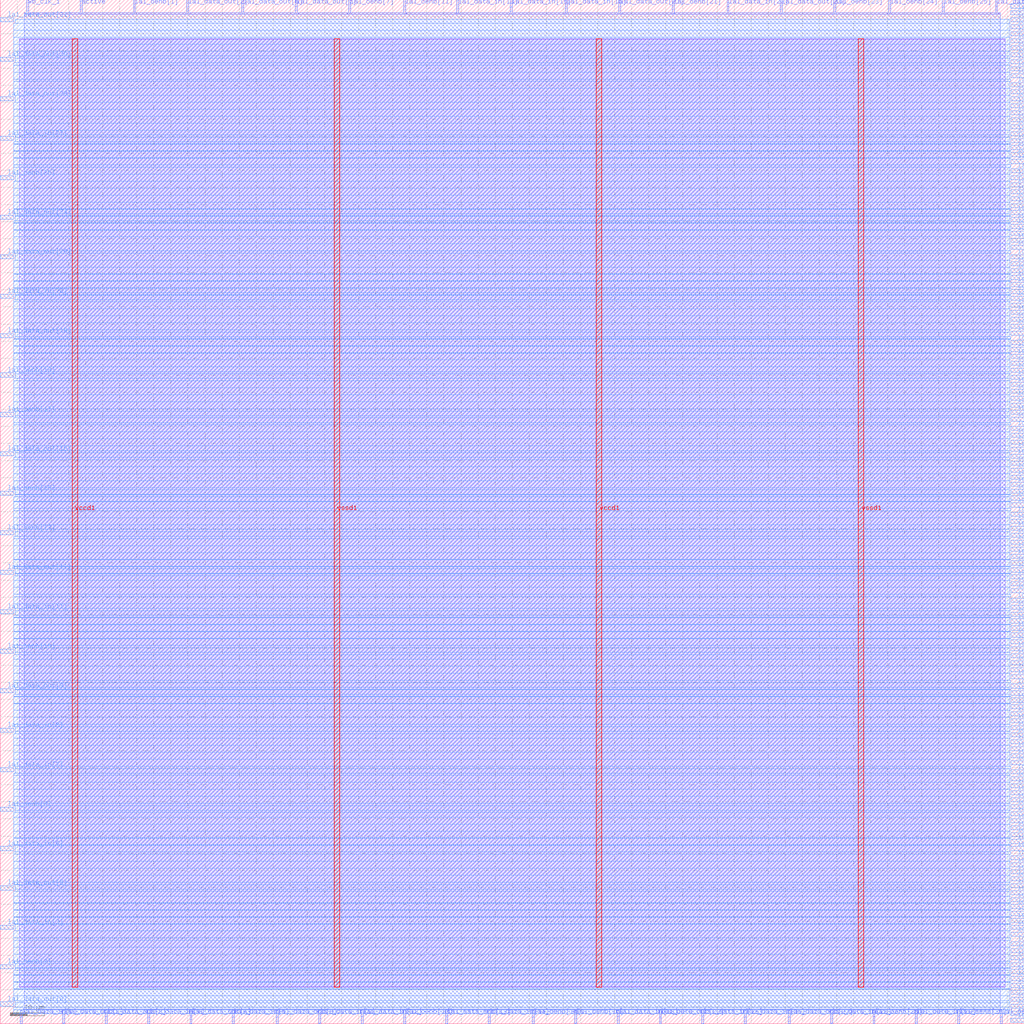
<source format=lef>
VERSION 5.7 ;
  NOWIREEXTENSIONATPIN ON ;
  DIVIDERCHAR "/" ;
  BUSBITCHARS "[]" ;
MACRO wrapped_bfloat16
  CLASS BLOCK ;
  FOREIGN wrapped_bfloat16 ;
  ORIGIN 0.000 0.000 ;
  SIZE 300.000 BY 300.000 ;
  PIN active
    DIRECTION INPUT ;
    USE SIGNAL ;
    PORT
      LAYER met2 ;
        RECT 23.410 296.000 23.970 300.000 ;
    END
  END active
  PIN io_in[0]
    DIRECTION INPUT ;
    USE SIGNAL ;
    PORT
      LAYER met3 ;
        RECT 296.000 0.420 300.000 1.620 ;
    END
  END io_in[0]
  PIN io_in[10]
    DIRECTION INPUT ;
    USE SIGNAL ;
    PORT
      LAYER met3 ;
        RECT 296.000 62.980 300.000 64.180 ;
    END
  END io_in[10]
  PIN io_in[11]
    DIRECTION INPUT ;
    USE SIGNAL ;
    PORT
      LAYER met3 ;
        RECT 296.000 69.100 300.000 70.300 ;
    END
  END io_in[11]
  PIN io_in[12]
    DIRECTION INPUT ;
    USE SIGNAL ;
    PORT
      LAYER met3 ;
        RECT 296.000 75.900 300.000 77.100 ;
    END
  END io_in[12]
  PIN io_in[13]
    DIRECTION INPUT ;
    USE SIGNAL ;
    PORT
      LAYER met3 ;
        RECT 296.000 82.020 300.000 83.220 ;
    END
  END io_in[13]
  PIN io_in[14]
    DIRECTION INPUT ;
    USE SIGNAL ;
    PORT
      LAYER met3 ;
        RECT 296.000 88.140 300.000 89.340 ;
    END
  END io_in[14]
  PIN io_in[15]
    DIRECTION INPUT ;
    USE SIGNAL ;
    PORT
      LAYER met3 ;
        RECT 296.000 94.260 300.000 95.460 ;
    END
  END io_in[15]
  PIN io_in[16]
    DIRECTION INPUT ;
    USE SIGNAL ;
    PORT
      LAYER met3 ;
        RECT 296.000 101.060 300.000 102.260 ;
    END
  END io_in[16]
  PIN io_in[17]
    DIRECTION INPUT ;
    USE SIGNAL ;
    PORT
      LAYER met3 ;
        RECT 296.000 107.180 300.000 108.380 ;
    END
  END io_in[17]
  PIN io_in[18]
    DIRECTION INPUT ;
    USE SIGNAL ;
    PORT
      LAYER met3 ;
        RECT 296.000 113.300 300.000 114.500 ;
    END
  END io_in[18]
  PIN io_in[19]
    DIRECTION INPUT ;
    USE SIGNAL ;
    PORT
      LAYER met3 ;
        RECT 296.000 119.420 300.000 120.620 ;
    END
  END io_in[19]
  PIN io_in[1]
    DIRECTION INPUT ;
    USE SIGNAL ;
    PORT
      LAYER met3 ;
        RECT 296.000 6.540 300.000 7.740 ;
    END
  END io_in[1]
  PIN io_in[20]
    DIRECTION INPUT ;
    USE SIGNAL ;
    PORT
      LAYER met3 ;
        RECT 296.000 126.220 300.000 127.420 ;
    END
  END io_in[20]
  PIN io_in[21]
    DIRECTION INPUT ;
    USE SIGNAL ;
    PORT
      LAYER met3 ;
        RECT 296.000 132.340 300.000 133.540 ;
    END
  END io_in[21]
  PIN io_in[22]
    DIRECTION INPUT ;
    USE SIGNAL ;
    PORT
      LAYER met3 ;
        RECT 296.000 138.460 300.000 139.660 ;
    END
  END io_in[22]
  PIN io_in[23]
    DIRECTION INPUT ;
    USE SIGNAL ;
    PORT
      LAYER met3 ;
        RECT 296.000 144.580 300.000 145.780 ;
    END
  END io_in[23]
  PIN io_in[24]
    DIRECTION INPUT ;
    USE SIGNAL ;
    PORT
      LAYER met3 ;
        RECT 296.000 151.380 300.000 152.580 ;
    END
  END io_in[24]
  PIN io_in[25]
    DIRECTION INPUT ;
    USE SIGNAL ;
    PORT
      LAYER met3 ;
        RECT 296.000 157.500 300.000 158.700 ;
    END
  END io_in[25]
  PIN io_in[26]
    DIRECTION INPUT ;
    USE SIGNAL ;
    PORT
      LAYER met3 ;
        RECT 296.000 163.620 300.000 164.820 ;
    END
  END io_in[26]
  PIN io_in[27]
    DIRECTION INPUT ;
    USE SIGNAL ;
    PORT
      LAYER met3 ;
        RECT 296.000 169.740 300.000 170.940 ;
    END
  END io_in[27]
  PIN io_in[28]
    DIRECTION INPUT ;
    USE SIGNAL ;
    PORT
      LAYER met3 ;
        RECT 296.000 176.540 300.000 177.740 ;
    END
  END io_in[28]
  PIN io_in[29]
    DIRECTION INPUT ;
    USE SIGNAL ;
    PORT
      LAYER met3 ;
        RECT 296.000 182.660 300.000 183.860 ;
    END
  END io_in[29]
  PIN io_in[2]
    DIRECTION INPUT ;
    USE SIGNAL ;
    PORT
      LAYER met3 ;
        RECT 296.000 12.660 300.000 13.860 ;
    END
  END io_in[2]
  PIN io_in[30]
    DIRECTION INPUT ;
    USE SIGNAL ;
    PORT
      LAYER met3 ;
        RECT 296.000 188.780 300.000 189.980 ;
    END
  END io_in[30]
  PIN io_in[31]
    DIRECTION INPUT ;
    USE SIGNAL ;
    PORT
      LAYER met3 ;
        RECT 296.000 194.900 300.000 196.100 ;
    END
  END io_in[31]
  PIN io_in[32]
    DIRECTION INPUT ;
    USE SIGNAL ;
    PORT
      LAYER met3 ;
        RECT 296.000 201.700 300.000 202.900 ;
    END
  END io_in[32]
  PIN io_in[33]
    DIRECTION INPUT ;
    USE SIGNAL ;
    PORT
      LAYER met3 ;
        RECT 296.000 207.820 300.000 209.020 ;
    END
  END io_in[33]
  PIN io_in[34]
    DIRECTION INPUT ;
    USE SIGNAL ;
    PORT
      LAYER met3 ;
        RECT 296.000 213.940 300.000 215.140 ;
    END
  END io_in[34]
  PIN io_in[35]
    DIRECTION INPUT ;
    USE SIGNAL ;
    PORT
      LAYER met3 ;
        RECT 296.000 220.060 300.000 221.260 ;
    END
  END io_in[35]
  PIN io_in[36]
    DIRECTION INPUT ;
    USE SIGNAL ;
    PORT
      LAYER met3 ;
        RECT 296.000 226.860 300.000 228.060 ;
    END
  END io_in[36]
  PIN io_in[37]
    DIRECTION INPUT ;
    USE SIGNAL ;
    PORT
      LAYER met3 ;
        RECT 296.000 232.980 300.000 234.180 ;
    END
  END io_in[37]
  PIN io_in[3]
    DIRECTION INPUT ;
    USE SIGNAL ;
    PORT
      LAYER met3 ;
        RECT 296.000 18.780 300.000 19.980 ;
    END
  END io_in[3]
  PIN io_in[4]
    DIRECTION INPUT ;
    USE SIGNAL ;
    PORT
      LAYER met3 ;
        RECT 296.000 25.580 300.000 26.780 ;
    END
  END io_in[4]
  PIN io_in[5]
    DIRECTION INPUT ;
    USE SIGNAL ;
    PORT
      LAYER met3 ;
        RECT 296.000 31.700 300.000 32.900 ;
    END
  END io_in[5]
  PIN io_in[6]
    DIRECTION INPUT ;
    USE SIGNAL ;
    PORT
      LAYER met3 ;
        RECT 296.000 37.820 300.000 39.020 ;
    END
  END io_in[6]
  PIN io_in[7]
    DIRECTION INPUT ;
    USE SIGNAL ;
    PORT
      LAYER met3 ;
        RECT 296.000 43.940 300.000 45.140 ;
    END
  END io_in[7]
  PIN io_in[8]
    DIRECTION INPUT ;
    USE SIGNAL ;
    PORT
      LAYER met3 ;
        RECT 296.000 50.740 300.000 51.940 ;
    END
  END io_in[8]
  PIN io_in[9]
    DIRECTION INPUT ;
    USE SIGNAL ;
    PORT
      LAYER met3 ;
        RECT 296.000 56.860 300.000 58.060 ;
    END
  END io_in[9]
  PIN io_oeb[0]
    DIRECTION OUTPUT TRISTATE ;
    USE SIGNAL ;
    PORT
      LAYER met3 ;
        RECT 296.000 4.500 300.000 5.700 ;
    END
  END io_oeb[0]
  PIN io_oeb[10]
    DIRECTION OUTPUT TRISTATE ;
    USE SIGNAL ;
    PORT
      LAYER met3 ;
        RECT 296.000 67.060 300.000 68.260 ;
    END
  END io_oeb[10]
  PIN io_oeb[11]
    DIRECTION OUTPUT TRISTATE ;
    USE SIGNAL ;
    PORT
      LAYER met3 ;
        RECT 296.000 73.180 300.000 74.380 ;
    END
  END io_oeb[11]
  PIN io_oeb[12]
    DIRECTION OUTPUT TRISTATE ;
    USE SIGNAL ;
    PORT
      LAYER met3 ;
        RECT 296.000 79.980 300.000 81.180 ;
    END
  END io_oeb[12]
  PIN io_oeb[13]
    DIRECTION OUTPUT TRISTATE ;
    USE SIGNAL ;
    PORT
      LAYER met3 ;
        RECT 296.000 86.100 300.000 87.300 ;
    END
  END io_oeb[13]
  PIN io_oeb[14]
    DIRECTION OUTPUT TRISTATE ;
    USE SIGNAL ;
    PORT
      LAYER met3 ;
        RECT 296.000 92.220 300.000 93.420 ;
    END
  END io_oeb[14]
  PIN io_oeb[15]
    DIRECTION OUTPUT TRISTATE ;
    USE SIGNAL ;
    PORT
      LAYER met3 ;
        RECT 296.000 98.340 300.000 99.540 ;
    END
  END io_oeb[15]
  PIN io_oeb[16]
    DIRECTION OUTPUT TRISTATE ;
    USE SIGNAL ;
    PORT
      LAYER met3 ;
        RECT 296.000 105.140 300.000 106.340 ;
    END
  END io_oeb[16]
  PIN io_oeb[17]
    DIRECTION OUTPUT TRISTATE ;
    USE SIGNAL ;
    PORT
      LAYER met3 ;
        RECT 296.000 111.260 300.000 112.460 ;
    END
  END io_oeb[17]
  PIN io_oeb[18]
    DIRECTION OUTPUT TRISTATE ;
    USE SIGNAL ;
    PORT
      LAYER met3 ;
        RECT 296.000 117.380 300.000 118.580 ;
    END
  END io_oeb[18]
  PIN io_oeb[19]
    DIRECTION OUTPUT TRISTATE ;
    USE SIGNAL ;
    PORT
      LAYER met3 ;
        RECT 296.000 123.500 300.000 124.700 ;
    END
  END io_oeb[19]
  PIN io_oeb[1]
    DIRECTION OUTPUT TRISTATE ;
    USE SIGNAL ;
    PORT
      LAYER met3 ;
        RECT 296.000 10.620 300.000 11.820 ;
    END
  END io_oeb[1]
  PIN io_oeb[20]
    DIRECTION OUTPUT TRISTATE ;
    USE SIGNAL ;
    PORT
      LAYER met3 ;
        RECT 296.000 130.300 300.000 131.500 ;
    END
  END io_oeb[20]
  PIN io_oeb[21]
    DIRECTION OUTPUT TRISTATE ;
    USE SIGNAL ;
    PORT
      LAYER met3 ;
        RECT 296.000 136.420 300.000 137.620 ;
    END
  END io_oeb[21]
  PIN io_oeb[22]
    DIRECTION OUTPUT TRISTATE ;
    USE SIGNAL ;
    PORT
      LAYER met3 ;
        RECT 296.000 142.540 300.000 143.740 ;
    END
  END io_oeb[22]
  PIN io_oeb[23]
    DIRECTION OUTPUT TRISTATE ;
    USE SIGNAL ;
    PORT
      LAYER met3 ;
        RECT 296.000 148.660 300.000 149.860 ;
    END
  END io_oeb[23]
  PIN io_oeb[24]
    DIRECTION OUTPUT TRISTATE ;
    USE SIGNAL ;
    PORT
      LAYER met3 ;
        RECT 296.000 155.460 300.000 156.660 ;
    END
  END io_oeb[24]
  PIN io_oeb[25]
    DIRECTION OUTPUT TRISTATE ;
    USE SIGNAL ;
    PORT
      LAYER met3 ;
        RECT 296.000 161.580 300.000 162.780 ;
    END
  END io_oeb[25]
  PIN io_oeb[26]
    DIRECTION OUTPUT TRISTATE ;
    USE SIGNAL ;
    PORT
      LAYER met3 ;
        RECT 296.000 167.700 300.000 168.900 ;
    END
  END io_oeb[26]
  PIN io_oeb[27]
    DIRECTION OUTPUT TRISTATE ;
    USE SIGNAL ;
    PORT
      LAYER met3 ;
        RECT 296.000 173.820 300.000 175.020 ;
    END
  END io_oeb[27]
  PIN io_oeb[28]
    DIRECTION OUTPUT TRISTATE ;
    USE SIGNAL ;
    PORT
      LAYER met3 ;
        RECT 296.000 180.620 300.000 181.820 ;
    END
  END io_oeb[28]
  PIN io_oeb[29]
    DIRECTION OUTPUT TRISTATE ;
    USE SIGNAL ;
    PORT
      LAYER met3 ;
        RECT 296.000 186.740 300.000 187.940 ;
    END
  END io_oeb[29]
  PIN io_oeb[2]
    DIRECTION OUTPUT TRISTATE ;
    USE SIGNAL ;
    PORT
      LAYER met3 ;
        RECT 296.000 16.740 300.000 17.940 ;
    END
  END io_oeb[2]
  PIN io_oeb[30]
    DIRECTION OUTPUT TRISTATE ;
    USE SIGNAL ;
    PORT
      LAYER met3 ;
        RECT 296.000 192.860 300.000 194.060 ;
    END
  END io_oeb[30]
  PIN io_oeb[31]
    DIRECTION OUTPUT TRISTATE ;
    USE SIGNAL ;
    PORT
      LAYER met3 ;
        RECT 296.000 198.980 300.000 200.180 ;
    END
  END io_oeb[31]
  PIN io_oeb[32]
    DIRECTION OUTPUT TRISTATE ;
    USE SIGNAL ;
    PORT
      LAYER met3 ;
        RECT 296.000 205.780 300.000 206.980 ;
    END
  END io_oeb[32]
  PIN io_oeb[33]
    DIRECTION OUTPUT TRISTATE ;
    USE SIGNAL ;
    PORT
      LAYER met3 ;
        RECT 296.000 211.900 300.000 213.100 ;
    END
  END io_oeb[33]
  PIN io_oeb[34]
    DIRECTION OUTPUT TRISTATE ;
    USE SIGNAL ;
    PORT
      LAYER met3 ;
        RECT 296.000 218.020 300.000 219.220 ;
    END
  END io_oeb[34]
  PIN io_oeb[35]
    DIRECTION OUTPUT TRISTATE ;
    USE SIGNAL ;
    PORT
      LAYER met3 ;
        RECT 296.000 224.140 300.000 225.340 ;
    END
  END io_oeb[35]
  PIN io_oeb[36]
    DIRECTION OUTPUT TRISTATE ;
    USE SIGNAL ;
    PORT
      LAYER met3 ;
        RECT 296.000 230.940 300.000 232.140 ;
    END
  END io_oeb[36]
  PIN io_oeb[37]
    DIRECTION OUTPUT TRISTATE ;
    USE SIGNAL ;
    PORT
      LAYER met3 ;
        RECT 296.000 237.060 300.000 238.260 ;
    END
  END io_oeb[37]
  PIN io_oeb[3]
    DIRECTION OUTPUT TRISTATE ;
    USE SIGNAL ;
    PORT
      LAYER met3 ;
        RECT 296.000 22.860 300.000 24.060 ;
    END
  END io_oeb[3]
  PIN io_oeb[4]
    DIRECTION OUTPUT TRISTATE ;
    USE SIGNAL ;
    PORT
      LAYER met3 ;
        RECT 296.000 29.660 300.000 30.860 ;
    END
  END io_oeb[4]
  PIN io_oeb[5]
    DIRECTION OUTPUT TRISTATE ;
    USE SIGNAL ;
    PORT
      LAYER met3 ;
        RECT 296.000 35.780 300.000 36.980 ;
    END
  END io_oeb[5]
  PIN io_oeb[6]
    DIRECTION OUTPUT TRISTATE ;
    USE SIGNAL ;
    PORT
      LAYER met3 ;
        RECT 296.000 41.900 300.000 43.100 ;
    END
  END io_oeb[6]
  PIN io_oeb[7]
    DIRECTION OUTPUT TRISTATE ;
    USE SIGNAL ;
    PORT
      LAYER met3 ;
        RECT 296.000 48.020 300.000 49.220 ;
    END
  END io_oeb[7]
  PIN io_oeb[8]
    DIRECTION OUTPUT TRISTATE ;
    USE SIGNAL ;
    PORT
      LAYER met3 ;
        RECT 296.000 54.820 300.000 56.020 ;
    END
  END io_oeb[8]
  PIN io_oeb[9]
    DIRECTION OUTPUT TRISTATE ;
    USE SIGNAL ;
    PORT
      LAYER met3 ;
        RECT 296.000 60.940 300.000 62.140 ;
    END
  END io_oeb[9]
  PIN io_out[0]
    DIRECTION OUTPUT TRISTATE ;
    USE SIGNAL ;
    PORT
      LAYER met3 ;
        RECT 296.000 2.460 300.000 3.660 ;
    END
  END io_out[0]
  PIN io_out[10]
    DIRECTION OUTPUT TRISTATE ;
    USE SIGNAL ;
    PORT
      LAYER met3 ;
        RECT 296.000 65.020 300.000 66.220 ;
    END
  END io_out[10]
  PIN io_out[11]
    DIRECTION OUTPUT TRISTATE ;
    USE SIGNAL ;
    PORT
      LAYER met3 ;
        RECT 296.000 71.140 300.000 72.340 ;
    END
  END io_out[11]
  PIN io_out[12]
    DIRECTION OUTPUT TRISTATE ;
    USE SIGNAL ;
    PORT
      LAYER met3 ;
        RECT 296.000 77.940 300.000 79.140 ;
    END
  END io_out[12]
  PIN io_out[13]
    DIRECTION OUTPUT TRISTATE ;
    USE SIGNAL ;
    PORT
      LAYER met3 ;
        RECT 296.000 84.060 300.000 85.260 ;
    END
  END io_out[13]
  PIN io_out[14]
    DIRECTION OUTPUT TRISTATE ;
    USE SIGNAL ;
    PORT
      LAYER met3 ;
        RECT 296.000 90.180 300.000 91.380 ;
    END
  END io_out[14]
  PIN io_out[15]
    DIRECTION OUTPUT TRISTATE ;
    USE SIGNAL ;
    PORT
      LAYER met3 ;
        RECT 296.000 96.300 300.000 97.500 ;
    END
  END io_out[15]
  PIN io_out[16]
    DIRECTION OUTPUT TRISTATE ;
    USE SIGNAL ;
    PORT
      LAYER met3 ;
        RECT 296.000 103.100 300.000 104.300 ;
    END
  END io_out[16]
  PIN io_out[17]
    DIRECTION OUTPUT TRISTATE ;
    USE SIGNAL ;
    PORT
      LAYER met3 ;
        RECT 296.000 109.220 300.000 110.420 ;
    END
  END io_out[17]
  PIN io_out[18]
    DIRECTION OUTPUT TRISTATE ;
    USE SIGNAL ;
    PORT
      LAYER met3 ;
        RECT 296.000 115.340 300.000 116.540 ;
    END
  END io_out[18]
  PIN io_out[19]
    DIRECTION OUTPUT TRISTATE ;
    USE SIGNAL ;
    PORT
      LAYER met3 ;
        RECT 296.000 121.460 300.000 122.660 ;
    END
  END io_out[19]
  PIN io_out[1]
    DIRECTION OUTPUT TRISTATE ;
    USE SIGNAL ;
    PORT
      LAYER met3 ;
        RECT 296.000 8.580 300.000 9.780 ;
    END
  END io_out[1]
  PIN io_out[20]
    DIRECTION OUTPUT TRISTATE ;
    USE SIGNAL ;
    PORT
      LAYER met3 ;
        RECT 296.000 128.260 300.000 129.460 ;
    END
  END io_out[20]
  PIN io_out[21]
    DIRECTION OUTPUT TRISTATE ;
    USE SIGNAL ;
    PORT
      LAYER met3 ;
        RECT 296.000 134.380 300.000 135.580 ;
    END
  END io_out[21]
  PIN io_out[22]
    DIRECTION OUTPUT TRISTATE ;
    USE SIGNAL ;
    PORT
      LAYER met3 ;
        RECT 296.000 140.500 300.000 141.700 ;
    END
  END io_out[22]
  PIN io_out[23]
    DIRECTION OUTPUT TRISTATE ;
    USE SIGNAL ;
    PORT
      LAYER met3 ;
        RECT 296.000 146.620 300.000 147.820 ;
    END
  END io_out[23]
  PIN io_out[24]
    DIRECTION OUTPUT TRISTATE ;
    USE SIGNAL ;
    PORT
      LAYER met3 ;
        RECT 296.000 153.420 300.000 154.620 ;
    END
  END io_out[24]
  PIN io_out[25]
    DIRECTION OUTPUT TRISTATE ;
    USE SIGNAL ;
    PORT
      LAYER met3 ;
        RECT 296.000 159.540 300.000 160.740 ;
    END
  END io_out[25]
  PIN io_out[26]
    DIRECTION OUTPUT TRISTATE ;
    USE SIGNAL ;
    PORT
      LAYER met3 ;
        RECT 296.000 165.660 300.000 166.860 ;
    END
  END io_out[26]
  PIN io_out[27]
    DIRECTION OUTPUT TRISTATE ;
    USE SIGNAL ;
    PORT
      LAYER met3 ;
        RECT 296.000 171.780 300.000 172.980 ;
    END
  END io_out[27]
  PIN io_out[28]
    DIRECTION OUTPUT TRISTATE ;
    USE SIGNAL ;
    PORT
      LAYER met3 ;
        RECT 296.000 178.580 300.000 179.780 ;
    END
  END io_out[28]
  PIN io_out[29]
    DIRECTION OUTPUT TRISTATE ;
    USE SIGNAL ;
    PORT
      LAYER met3 ;
        RECT 296.000 184.700 300.000 185.900 ;
    END
  END io_out[29]
  PIN io_out[2]
    DIRECTION OUTPUT TRISTATE ;
    USE SIGNAL ;
    PORT
      LAYER met3 ;
        RECT 296.000 14.700 300.000 15.900 ;
    END
  END io_out[2]
  PIN io_out[30]
    DIRECTION OUTPUT TRISTATE ;
    USE SIGNAL ;
    PORT
      LAYER met3 ;
        RECT 296.000 190.820 300.000 192.020 ;
    END
  END io_out[30]
  PIN io_out[31]
    DIRECTION OUTPUT TRISTATE ;
    USE SIGNAL ;
    PORT
      LAYER met3 ;
        RECT 296.000 196.940 300.000 198.140 ;
    END
  END io_out[31]
  PIN io_out[32]
    DIRECTION OUTPUT TRISTATE ;
    USE SIGNAL ;
    PORT
      LAYER met3 ;
        RECT 296.000 203.740 300.000 204.940 ;
    END
  END io_out[32]
  PIN io_out[33]
    DIRECTION OUTPUT TRISTATE ;
    USE SIGNAL ;
    PORT
      LAYER met3 ;
        RECT 296.000 209.860 300.000 211.060 ;
    END
  END io_out[33]
  PIN io_out[34]
    DIRECTION OUTPUT TRISTATE ;
    USE SIGNAL ;
    PORT
      LAYER met3 ;
        RECT 296.000 215.980 300.000 217.180 ;
    END
  END io_out[34]
  PIN io_out[35]
    DIRECTION OUTPUT TRISTATE ;
    USE SIGNAL ;
    PORT
      LAYER met3 ;
        RECT 296.000 222.100 300.000 223.300 ;
    END
  END io_out[35]
  PIN io_out[36]
    DIRECTION OUTPUT TRISTATE ;
    USE SIGNAL ;
    PORT
      LAYER met3 ;
        RECT 296.000 228.900 300.000 230.100 ;
    END
  END io_out[36]
  PIN io_out[37]
    DIRECTION OUTPUT TRISTATE ;
    USE SIGNAL ;
    PORT
      LAYER met3 ;
        RECT 296.000 235.020 300.000 236.220 ;
    END
  END io_out[37]
  PIN io_out[3]
    DIRECTION OUTPUT TRISTATE ;
    USE SIGNAL ;
    PORT
      LAYER met3 ;
        RECT 296.000 20.820 300.000 22.020 ;
    END
  END io_out[3]
  PIN io_out[4]
    DIRECTION OUTPUT TRISTATE ;
    USE SIGNAL ;
    PORT
      LAYER met3 ;
        RECT 296.000 27.620 300.000 28.820 ;
    END
  END io_out[4]
  PIN io_out[5]
    DIRECTION OUTPUT TRISTATE ;
    USE SIGNAL ;
    PORT
      LAYER met3 ;
        RECT 296.000 33.740 300.000 34.940 ;
    END
  END io_out[5]
  PIN io_out[6]
    DIRECTION OUTPUT TRISTATE ;
    USE SIGNAL ;
    PORT
      LAYER met3 ;
        RECT 296.000 39.860 300.000 41.060 ;
    END
  END io_out[6]
  PIN io_out[7]
    DIRECTION OUTPUT TRISTATE ;
    USE SIGNAL ;
    PORT
      LAYER met3 ;
        RECT 296.000 45.980 300.000 47.180 ;
    END
  END io_out[7]
  PIN io_out[8]
    DIRECTION OUTPUT TRISTATE ;
    USE SIGNAL ;
    PORT
      LAYER met3 ;
        RECT 296.000 52.780 300.000 53.980 ;
    END
  END io_out[8]
  PIN io_out[9]
    DIRECTION OUTPUT TRISTATE ;
    USE SIGNAL ;
    PORT
      LAYER met3 ;
        RECT 296.000 58.900 300.000 60.100 ;
    END
  END io_out[9]
  PIN la1_data_in[0]
    DIRECTION INPUT ;
    USE SIGNAL ;
    PORT
      LAYER met2 ;
        RECT 5.930 0.000 6.490 4.000 ;
    END
  END la1_data_in[0]
  PIN la1_data_in[10]
    DIRECTION INPUT ;
    USE SIGNAL ;
    PORT
      LAYER met3 ;
        RECT 296.000 256.100 300.000 257.300 ;
    END
  END la1_data_in[10]
  PIN la1_data_in[11]
    DIRECTION INPUT ;
    USE SIGNAL ;
    PORT
      LAYER met3 ;
        RECT 0.000 120.100 4.000 121.300 ;
    END
  END la1_data_in[11]
  PIN la1_data_in[12]
    DIRECTION INPUT ;
    USE SIGNAL ;
    PORT
      LAYER met2 ;
        RECT 105.750 0.000 106.310 4.000 ;
    END
  END la1_data_in[12]
  PIN la1_data_in[13]
    DIRECTION INPUT ;
    USE SIGNAL ;
    PORT
      LAYER met2 ;
        RECT 133.810 296.000 134.370 300.000 ;
    END
  END la1_data_in[13]
  PIN la1_data_in[14]
    DIRECTION INPUT ;
    USE SIGNAL ;
    PORT
      LAYER met2 ;
        RECT 143.010 0.000 143.570 4.000 ;
    END
  END la1_data_in[14]
  PIN la1_data_in[15]
    DIRECTION INPUT ;
    USE SIGNAL ;
    PORT
      LAYER met2 ;
        RECT 149.450 296.000 150.010 300.000 ;
    END
  END la1_data_in[15]
  PIN la1_data_in[16]
    DIRECTION INPUT ;
    USE SIGNAL ;
    PORT
      LAYER met2 ;
        RECT 165.550 296.000 166.110 300.000 ;
    END
  END la1_data_in[16]
  PIN la1_data_in[17]
    DIRECTION INPUT ;
    USE SIGNAL ;
    PORT
      LAYER met3 ;
        RECT 296.000 266.300 300.000 267.500 ;
    END
  END la1_data_in[17]
  PIN la1_data_in[18]
    DIRECTION INPUT ;
    USE SIGNAL ;
    PORT
      LAYER met2 ;
        RECT 180.730 0.000 181.290 4.000 ;
    END
  END la1_data_in[18]
  PIN la1_data_in[19]
    DIRECTION INPUT ;
    USE SIGNAL ;
    PORT
      LAYER met3 ;
        RECT 296.000 272.420 300.000 273.620 ;
    END
  END la1_data_in[19]
  PIN la1_data_in[1]
    DIRECTION INPUT ;
    USE SIGNAL ;
    PORT
      LAYER met3 ;
        RECT 296.000 241.140 300.000 242.340 ;
    END
  END la1_data_in[1]
  PIN la1_data_in[20]
    DIRECTION INPUT ;
    USE SIGNAL ;
    PORT
      LAYER met3 ;
        RECT 0.000 212.580 4.000 213.780 ;
    END
  END la1_data_in[20]
  PIN la1_data_in[21]
    DIRECTION INPUT ;
    USE SIGNAL ;
    PORT
      LAYER met3 ;
        RECT 296.000 279.220 300.000 280.420 ;
    END
  END la1_data_in[21]
  PIN la1_data_in[22]
    DIRECTION INPUT ;
    USE SIGNAL ;
    PORT
      LAYER met2 ;
        RECT 212.930 296.000 213.490 300.000 ;
    END
  END la1_data_in[22]
  PIN la1_data_in[23]
    DIRECTION INPUT ;
    USE SIGNAL ;
    PORT
      LAYER met3 ;
        RECT 296.000 283.300 300.000 284.500 ;
    END
  END la1_data_in[23]
  PIN la1_data_in[24]
    DIRECTION INPUT ;
    USE SIGNAL ;
    PORT
      LAYER met3 ;
        RECT 296.000 285.340 300.000 286.540 ;
    END
  END la1_data_in[24]
  PIN la1_data_in[25]
    DIRECTION INPUT ;
    USE SIGNAL ;
    PORT
      LAYER met2 ;
        RECT 205.570 0.000 206.130 4.000 ;
    END
  END la1_data_in[25]
  PIN la1_data_in[26]
    DIRECTION INPUT ;
    USE SIGNAL ;
    PORT
      LAYER met2 ;
        RECT 217.990 0.000 218.550 4.000 ;
    END
  END la1_data_in[26]
  PIN la1_data_in[27]
    DIRECTION INPUT ;
    USE SIGNAL ;
    PORT
      LAYER met3 ;
        RECT 0.000 258.820 4.000 260.020 ;
    END
  END la1_data_in[27]
  PIN la1_data_in[28]
    DIRECTION INPUT ;
    USE SIGNAL ;
    PORT
      LAYER met2 ;
        RECT 243.290 0.000 243.850 4.000 ;
    END
  END la1_data_in[28]
  PIN la1_data_in[29]
    DIRECTION INPUT ;
    USE SIGNAL ;
    PORT
      LAYER met2 ;
        RECT 268.130 0.000 268.690 4.000 ;
    END
  END la1_data_in[29]
  PIN la1_data_in[2]
    DIRECTION INPUT ;
    USE SIGNAL ;
    PORT
      LAYER met3 ;
        RECT 296.000 243.180 300.000 244.380 ;
    END
  END la1_data_in[2]
  PIN la1_data_in[30]
    DIRECTION INPUT ;
    USE SIGNAL ;
    PORT
      LAYER met3 ;
        RECT 296.000 293.500 300.000 294.700 ;
    END
  END la1_data_in[30]
  PIN la1_data_in[31]
    DIRECTION INPUT ;
    USE SIGNAL ;
    PORT
      LAYER met3 ;
        RECT 296.000 295.540 300.000 296.740 ;
    END
  END la1_data_in[31]
  PIN la1_data_in[3]
    DIRECTION INPUT ;
    USE SIGNAL ;
    PORT
      LAYER met3 ;
        RECT 0.000 27.620 4.000 28.820 ;
    END
  END la1_data_in[3]
  PIN la1_data_in[4]
    DIRECTION INPUT ;
    USE SIGNAL ;
    PORT
      LAYER met2 ;
        RECT 43.190 0.000 43.750 4.000 ;
    END
  END la1_data_in[4]
  PIN la1_data_in[5]
    DIRECTION INPUT ;
    USE SIGNAL ;
    PORT
      LAYER met2 ;
        RECT 68.030 0.000 68.590 4.000 ;
    END
  END la1_data_in[5]
  PIN la1_data_in[6]
    DIRECTION INPUT ;
    USE SIGNAL ;
    PORT
      LAYER met3 ;
        RECT 0.000 50.740 4.000 51.940 ;
    END
  END la1_data_in[6]
  PIN la1_data_in[7]
    DIRECTION INPUT ;
    USE SIGNAL ;
    PORT
      LAYER met3 ;
        RECT 0.000 73.860 4.000 75.060 ;
    END
  END la1_data_in[7]
  PIN la1_data_in[8]
    DIRECTION INPUT ;
    USE SIGNAL ;
    PORT
      LAYER met3 ;
        RECT 0.000 85.420 4.000 86.620 ;
    END
  END la1_data_in[8]
  PIN la1_data_in[9]
    DIRECTION INPUT ;
    USE SIGNAL ;
    PORT
      LAYER met2 ;
        RECT 93.330 0.000 93.890 4.000 ;
    END
  END la1_data_in[9]
  PIN la1_data_out[0]
    DIRECTION OUTPUT TRISTATE ;
    USE SIGNAL ;
    PORT
      LAYER met3 ;
        RECT 0.000 5.180 4.000 6.380 ;
    END
  END la1_data_out[0]
  PIN la1_data_out[10]
    DIRECTION OUTPUT TRISTATE ;
    USE SIGNAL ;
    PORT
      LAYER met3 ;
        RECT 296.000 258.140 300.000 259.340 ;
    END
  END la1_data_out[10]
  PIN la1_data_out[11]
    DIRECTION OUTPUT TRISTATE ;
    USE SIGNAL ;
    PORT
      LAYER met3 ;
        RECT 296.000 260.180 300.000 261.380 ;
    END
  END la1_data_out[11]
  PIN la1_data_out[12]
    DIRECTION OUTPUT TRISTATE ;
    USE SIGNAL ;
    PORT
      LAYER met3 ;
        RECT 0.000 131.660 4.000 132.860 ;
    END
  END la1_data_out[12]
  PIN la1_data_out[13]
    DIRECTION OUTPUT TRISTATE ;
    USE SIGNAL ;
    PORT
      LAYER met2 ;
        RECT 130.590 0.000 131.150 4.000 ;
    END
  END la1_data_out[13]
  PIN la1_data_out[14]
    DIRECTION OUTPUT TRISTATE ;
    USE SIGNAL ;
    PORT
      LAYER met3 ;
        RECT 296.000 262.220 300.000 263.420 ;
    END
  END la1_data_out[14]
  PIN la1_data_out[15]
    DIRECTION OUTPUT TRISTATE ;
    USE SIGNAL ;
    PORT
      LAYER met3 ;
        RECT 296.000 264.260 300.000 265.460 ;
    END
  END la1_data_out[15]
  PIN la1_data_out[16]
    DIRECTION OUTPUT TRISTATE ;
    USE SIGNAL ;
    PORT
      LAYER met3 ;
        RECT 0.000 166.340 4.000 167.540 ;
    END
  END la1_data_out[16]
  PIN la1_data_out[17]
    DIRECTION OUTPUT TRISTATE ;
    USE SIGNAL ;
    PORT
      LAYER met3 ;
        RECT 296.000 268.340 300.000 269.540 ;
    END
  END la1_data_out[17]
  PIN la1_data_out[18]
    DIRECTION OUTPUT TRISTATE ;
    USE SIGNAL ;
    PORT
      LAYER met3 ;
        RECT 296.000 270.380 300.000 271.580 ;
    END
  END la1_data_out[18]
  PIN la1_data_out[19]
    DIRECTION OUTPUT TRISTATE ;
    USE SIGNAL ;
    PORT
      LAYER met3 ;
        RECT 0.000 201.020 4.000 202.220 ;
    END
  END la1_data_out[19]
  PIN la1_data_out[1]
    DIRECTION OUTPUT TRISTATE ;
    USE SIGNAL ;
    PORT
      LAYER met2 ;
        RECT 18.350 0.000 18.910 4.000 ;
    END
  END la1_data_out[1]
  PIN la1_data_out[20]
    DIRECTION OUTPUT TRISTATE ;
    USE SIGNAL ;
    PORT
      LAYER met3 ;
        RECT 0.000 224.140 4.000 225.340 ;
    END
  END la1_data_out[20]
  PIN la1_data_out[21]
    DIRECTION OUTPUT TRISTATE ;
    USE SIGNAL ;
    PORT
      LAYER met2 ;
        RECT 181.190 296.000 181.750 300.000 ;
    END
  END la1_data_out[21]
  PIN la1_data_out[22]
    DIRECTION OUTPUT TRISTATE ;
    USE SIGNAL ;
    PORT
      LAYER met2 ;
        RECT 193.150 0.000 193.710 4.000 ;
    END
  END la1_data_out[22]
  PIN la1_data_out[23]
    DIRECTION OUTPUT TRISTATE ;
    USE SIGNAL ;
    PORT
      LAYER met2 ;
        RECT 228.570 296.000 229.130 300.000 ;
    END
  END la1_data_out[23]
  PIN la1_data_out[24]
    DIRECTION OUTPUT TRISTATE ;
    USE SIGNAL ;
    PORT
      LAYER met3 ;
        RECT 0.000 235.700 4.000 236.900 ;
    END
  END la1_data_out[24]
  PIN la1_data_out[25]
    DIRECTION OUTPUT TRISTATE ;
    USE SIGNAL ;
    PORT
      LAYER met3 ;
        RECT 296.000 287.380 300.000 288.580 ;
    END
  END la1_data_out[25]
  PIN la1_data_out[26]
    DIRECTION OUTPUT TRISTATE ;
    USE SIGNAL ;
    PORT
      LAYER met2 ;
        RECT 291.590 296.000 292.150 300.000 ;
    END
  END la1_data_out[26]
  PIN la1_data_out[27]
    DIRECTION OUTPUT TRISTATE ;
    USE SIGNAL ;
    PORT
      LAYER met2 ;
        RECT 230.870 0.000 231.430 4.000 ;
    END
  END la1_data_out[27]
  PIN la1_data_out[28]
    DIRECTION OUTPUT TRISTATE ;
    USE SIGNAL ;
    PORT
      LAYER met3 ;
        RECT 0.000 270.380 4.000 271.580 ;
    END
  END la1_data_out[28]
  PIN la1_data_out[29]
    DIRECTION OUTPUT TRISTATE ;
    USE SIGNAL ;
    PORT
      LAYER met3 ;
        RECT 296.000 291.460 300.000 292.660 ;
    END
  END la1_data_out[29]
  PIN la1_data_out[2]
    DIRECTION OUTPUT TRISTATE ;
    USE SIGNAL ;
    PORT
      LAYER met2 ;
        RECT 54.690 296.000 55.250 300.000 ;
    END
  END la1_data_out[2]
  PIN la1_data_out[30]
    DIRECTION OUTPUT TRISTATE ;
    USE SIGNAL ;
    PORT
      LAYER met3 ;
        RECT 0.000 281.940 4.000 283.140 ;
    END
  END la1_data_out[30]
  PIN la1_data_out[31]
    DIRECTION OUTPUT TRISTATE ;
    USE SIGNAL ;
    PORT
      LAYER met3 ;
        RECT 0.000 293.500 4.000 294.700 ;
    END
  END la1_data_out[31]
  PIN la1_data_out[3]
    DIRECTION OUTPUT TRISTATE ;
    USE SIGNAL ;
    PORT
      LAYER met2 ;
        RECT 30.770 0.000 31.330 4.000 ;
    END
  END la1_data_out[3]
  PIN la1_data_out[4]
    DIRECTION OUTPUT TRISTATE ;
    USE SIGNAL ;
    PORT
      LAYER met2 ;
        RECT 55.610 0.000 56.170 4.000 ;
    END
  END la1_data_out[4]
  PIN la1_data_out[5]
    DIRECTION OUTPUT TRISTATE ;
    USE SIGNAL ;
    PORT
      LAYER met3 ;
        RECT 0.000 39.180 4.000 40.380 ;
    END
  END la1_data_out[5]
  PIN la1_data_out[6]
    DIRECTION OUTPUT TRISTATE ;
    USE SIGNAL ;
    PORT
      LAYER met2 ;
        RECT 70.790 296.000 71.350 300.000 ;
    END
  END la1_data_out[6]
  PIN la1_data_out[7]
    DIRECTION OUTPUT TRISTATE ;
    USE SIGNAL ;
    PORT
      LAYER met2 ;
        RECT 86.430 296.000 86.990 300.000 ;
    END
  END la1_data_out[7]
  PIN la1_data_out[8]
    DIRECTION OUTPUT TRISTATE ;
    USE SIGNAL ;
    PORT
      LAYER met2 ;
        RECT 80.910 0.000 81.470 4.000 ;
    END
  END la1_data_out[8]
  PIN la1_data_out[9]
    DIRECTION OUTPUT TRISTATE ;
    USE SIGNAL ;
    PORT
      LAYER met3 ;
        RECT 0.000 96.980 4.000 98.180 ;
    END
  END la1_data_out[9]
  PIN la1_oenb[0]
    DIRECTION INPUT ;
    USE SIGNAL ;
    PORT
      LAYER met3 ;
        RECT 296.000 239.100 300.000 240.300 ;
    END
  END la1_oenb[0]
  PIN la1_oenb[10]
    DIRECTION INPUT ;
    USE SIGNAL ;
    PORT
      LAYER met3 ;
        RECT 0.000 108.540 4.000 109.740 ;
    END
  END la1_oenb[10]
  PIN la1_oenb[11]
    DIRECTION INPUT ;
    USE SIGNAL ;
    PORT
      LAYER met2 ;
        RECT 118.170 296.000 118.730 300.000 ;
    END
  END la1_oenb[11]
  PIN la1_oenb[12]
    DIRECTION INPUT ;
    USE SIGNAL ;
    PORT
      LAYER met2 ;
        RECT 118.170 0.000 118.730 4.000 ;
    END
  END la1_oenb[12]
  PIN la1_oenb[13]
    DIRECTION INPUT ;
    USE SIGNAL ;
    PORT
      LAYER met3 ;
        RECT 0.000 143.220 4.000 144.420 ;
    END
  END la1_oenb[13]
  PIN la1_oenb[14]
    DIRECTION INPUT ;
    USE SIGNAL ;
    PORT
      LAYER met2 ;
        RECT 155.890 0.000 156.450 4.000 ;
    END
  END la1_oenb[14]
  PIN la1_oenb[15]
    DIRECTION INPUT ;
    USE SIGNAL ;
    PORT
      LAYER met3 ;
        RECT 0.000 154.780 4.000 155.980 ;
    END
  END la1_oenb[15]
  PIN la1_oenb[16]
    DIRECTION INPUT ;
    USE SIGNAL ;
    PORT
      LAYER met2 ;
        RECT 168.310 0.000 168.870 4.000 ;
    END
  END la1_oenb[16]
  PIN la1_oenb[17]
    DIRECTION INPUT ;
    USE SIGNAL ;
    PORT
      LAYER met3 ;
        RECT 0.000 177.900 4.000 179.100 ;
    END
  END la1_oenb[17]
  PIN la1_oenb[18]
    DIRECTION INPUT ;
    USE SIGNAL ;
    PORT
      LAYER met3 ;
        RECT 0.000 189.460 4.000 190.660 ;
    END
  END la1_oenb[18]
  PIN la1_oenb[19]
    DIRECTION INPUT ;
    USE SIGNAL ;
    PORT
      LAYER met3 ;
        RECT 296.000 274.460 300.000 275.660 ;
    END
  END la1_oenb[19]
  PIN la1_oenb[1]
    DIRECTION INPUT ;
    USE SIGNAL ;
    PORT
      LAYER met2 ;
        RECT 39.050 296.000 39.610 300.000 ;
    END
  END la1_oenb[1]
  PIN la1_oenb[20]
    DIRECTION INPUT ;
    USE SIGNAL ;
    PORT
      LAYER met3 ;
        RECT 296.000 277.180 300.000 278.380 ;
    END
  END la1_oenb[20]
  PIN la1_oenb[21]
    DIRECTION INPUT ;
    USE SIGNAL ;
    PORT
      LAYER met2 ;
        RECT 196.830 296.000 197.390 300.000 ;
    END
  END la1_oenb[21]
  PIN la1_oenb[22]
    DIRECTION INPUT ;
    USE SIGNAL ;
    PORT
      LAYER met3 ;
        RECT 296.000 281.260 300.000 282.460 ;
    END
  END la1_oenb[22]
  PIN la1_oenb[23]
    DIRECTION INPUT ;
    USE SIGNAL ;
    PORT
      LAYER met2 ;
        RECT 244.210 296.000 244.770 300.000 ;
    END
  END la1_oenb[23]
  PIN la1_oenb[24]
    DIRECTION INPUT ;
    USE SIGNAL ;
    PORT
      LAYER met2 ;
        RECT 260.310 296.000 260.870 300.000 ;
    END
  END la1_oenb[24]
  PIN la1_oenb[25]
    DIRECTION INPUT ;
    USE SIGNAL ;
    PORT
      LAYER met2 ;
        RECT 275.950 296.000 276.510 300.000 ;
    END
  END la1_oenb[25]
  PIN la1_oenb[26]
    DIRECTION INPUT ;
    USE SIGNAL ;
    PORT
      LAYER met3 ;
        RECT 0.000 247.260 4.000 248.460 ;
    END
  END la1_oenb[26]
  PIN la1_oenb[27]
    DIRECTION INPUT ;
    USE SIGNAL ;
    PORT
      LAYER met3 ;
        RECT 296.000 289.420 300.000 290.620 ;
    END
  END la1_oenb[27]
  PIN la1_oenb[28]
    DIRECTION INPUT ;
    USE SIGNAL ;
    PORT
      LAYER met2 ;
        RECT 255.710 0.000 256.270 4.000 ;
    END
  END la1_oenb[28]
  PIN la1_oenb[29]
    DIRECTION INPUT ;
    USE SIGNAL ;
    PORT
      LAYER met2 ;
        RECT 280.550 0.000 281.110 4.000 ;
    END
  END la1_oenb[29]
  PIN la1_oenb[2]
    DIRECTION INPUT ;
    USE SIGNAL ;
    PORT
      LAYER met3 ;
        RECT 0.000 16.060 4.000 17.260 ;
    END
  END la1_oenb[2]
  PIN la1_oenb[30]
    DIRECTION INPUT ;
    USE SIGNAL ;
    PORT
      LAYER met2 ;
        RECT 292.970 0.000 293.530 4.000 ;
    END
  END la1_oenb[30]
  PIN la1_oenb[31]
    DIRECTION INPUT ;
    USE SIGNAL ;
    PORT
      LAYER met3 ;
        RECT 296.000 297.580 300.000 298.780 ;
    END
  END la1_oenb[31]
  PIN la1_oenb[3]
    DIRECTION INPUT ;
    USE SIGNAL ;
    PORT
      LAYER met3 ;
        RECT 296.000 245.220 300.000 246.420 ;
    END
  END la1_oenb[3]
  PIN la1_oenb[4]
    DIRECTION INPUT ;
    USE SIGNAL ;
    PORT
      LAYER met3 ;
        RECT 296.000 247.260 300.000 248.460 ;
    END
  END la1_oenb[4]
  PIN la1_oenb[5]
    DIRECTION INPUT ;
    USE SIGNAL ;
    PORT
      LAYER met3 ;
        RECT 296.000 249.300 300.000 250.500 ;
    END
  END la1_oenb[5]
  PIN la1_oenb[6]
    DIRECTION INPUT ;
    USE SIGNAL ;
    PORT
      LAYER met3 ;
        RECT 0.000 62.300 4.000 63.500 ;
    END
  END la1_oenb[6]
  PIN la1_oenb[7]
    DIRECTION INPUT ;
    USE SIGNAL ;
    PORT
      LAYER met2 ;
        RECT 102.070 296.000 102.630 300.000 ;
    END
  END la1_oenb[7]
  PIN la1_oenb[8]
    DIRECTION INPUT ;
    USE SIGNAL ;
    PORT
      LAYER met3 ;
        RECT 296.000 252.020 300.000 253.220 ;
    END
  END la1_oenb[8]
  PIN la1_oenb[9]
    DIRECTION INPUT ;
    USE SIGNAL ;
    PORT
      LAYER met3 ;
        RECT 296.000 254.060 300.000 255.260 ;
    END
  END la1_oenb[9]
  PIN vccd1
    DIRECTION INPUT ;
    USE POWER ;
    PORT
      LAYER met4 ;
        RECT 21.040 10.640 22.640 288.560 ;
    END
    PORT
      LAYER met4 ;
        RECT 174.640 10.640 176.240 288.560 ;
    END
  END vccd1
  PIN vssd1
    DIRECTION INPUT ;
    USE GROUND ;
    PORT
      LAYER met4 ;
        RECT 97.840 10.640 99.440 288.560 ;
    END
    PORT
      LAYER met4 ;
        RECT 251.440 10.640 253.040 288.560 ;
    END
  END vssd1
  PIN wb_clk_i
    DIRECTION INPUT ;
    USE SIGNAL ;
    PORT
      LAYER met2 ;
        RECT 7.770 296.000 8.330 300.000 ;
    END
  END wb_clk_i
  OBS
      LAYER li1 ;
        RECT 5.520 10.795 294.400 288.405 ;
      LAYER met1 ;
        RECT 5.520 10.640 294.400 288.560 ;
      LAYER met2 ;
        RECT 7.000 295.720 7.490 296.210 ;
        RECT 8.610 295.720 23.130 296.210 ;
        RECT 24.250 295.720 38.770 296.210 ;
        RECT 39.890 295.720 54.410 296.210 ;
        RECT 55.530 295.720 70.510 296.210 ;
        RECT 71.630 295.720 86.150 296.210 ;
        RECT 87.270 295.720 101.790 296.210 ;
        RECT 102.910 295.720 117.890 296.210 ;
        RECT 119.010 295.720 133.530 296.210 ;
        RECT 134.650 295.720 149.170 296.210 ;
        RECT 150.290 295.720 165.270 296.210 ;
        RECT 166.390 295.720 180.910 296.210 ;
        RECT 182.030 295.720 196.550 296.210 ;
        RECT 197.670 295.720 212.650 296.210 ;
        RECT 213.770 295.720 228.290 296.210 ;
        RECT 229.410 295.720 243.930 296.210 ;
        RECT 245.050 295.720 260.030 296.210 ;
        RECT 261.150 295.720 275.670 296.210 ;
        RECT 276.790 295.720 291.310 296.210 ;
        RECT 292.430 295.720 292.920 296.210 ;
        RECT 7.000 4.280 292.920 295.720 ;
        RECT 7.000 2.875 18.070 4.280 ;
        RECT 19.190 2.875 30.490 4.280 ;
        RECT 31.610 2.875 42.910 4.280 ;
        RECT 44.030 2.875 55.330 4.280 ;
        RECT 56.450 2.875 67.750 4.280 ;
        RECT 68.870 2.875 80.630 4.280 ;
        RECT 81.750 2.875 93.050 4.280 ;
        RECT 94.170 2.875 105.470 4.280 ;
        RECT 106.590 2.875 117.890 4.280 ;
        RECT 119.010 2.875 130.310 4.280 ;
        RECT 131.430 2.875 142.730 4.280 ;
        RECT 143.850 2.875 155.610 4.280 ;
        RECT 156.730 2.875 168.030 4.280 ;
        RECT 169.150 2.875 180.450 4.280 ;
        RECT 181.570 2.875 192.870 4.280 ;
        RECT 193.990 2.875 205.290 4.280 ;
        RECT 206.410 2.875 217.710 4.280 ;
        RECT 218.830 2.875 230.590 4.280 ;
        RECT 231.710 2.875 243.010 4.280 ;
        RECT 244.130 2.875 255.430 4.280 ;
        RECT 256.550 2.875 267.850 4.280 ;
        RECT 268.970 2.875 280.270 4.280 ;
        RECT 281.390 2.875 292.690 4.280 ;
      LAYER met3 ;
        RECT 4.400 293.100 295.600 294.265 ;
        RECT 4.000 293.060 296.000 293.100 ;
        RECT 4.000 291.060 295.600 293.060 ;
        RECT 4.000 291.020 296.000 291.060 ;
        RECT 4.000 289.020 295.600 291.020 ;
        RECT 4.000 288.980 296.000 289.020 ;
        RECT 4.000 286.980 295.600 288.980 ;
        RECT 4.000 286.940 296.000 286.980 ;
        RECT 4.000 284.940 295.600 286.940 ;
        RECT 4.000 284.900 296.000 284.940 ;
        RECT 4.000 283.540 295.600 284.900 ;
        RECT 4.400 282.900 295.600 283.540 ;
        RECT 4.400 282.860 296.000 282.900 ;
        RECT 4.400 281.540 295.600 282.860 ;
        RECT 4.000 280.860 295.600 281.540 ;
        RECT 4.000 280.820 296.000 280.860 ;
        RECT 4.000 278.820 295.600 280.820 ;
        RECT 4.000 278.780 296.000 278.820 ;
        RECT 4.000 276.780 295.600 278.780 ;
        RECT 4.000 276.060 296.000 276.780 ;
        RECT 4.000 274.060 295.600 276.060 ;
        RECT 4.000 274.020 296.000 274.060 ;
        RECT 4.000 272.020 295.600 274.020 ;
        RECT 4.000 271.980 296.000 272.020 ;
        RECT 4.400 269.980 295.600 271.980 ;
        RECT 4.000 269.940 296.000 269.980 ;
        RECT 4.000 267.940 295.600 269.940 ;
        RECT 4.000 267.900 296.000 267.940 ;
        RECT 4.000 265.900 295.600 267.900 ;
        RECT 4.000 265.860 296.000 265.900 ;
        RECT 4.000 263.860 295.600 265.860 ;
        RECT 4.000 263.820 296.000 263.860 ;
        RECT 4.000 261.820 295.600 263.820 ;
        RECT 4.000 261.780 296.000 261.820 ;
        RECT 4.000 260.420 295.600 261.780 ;
        RECT 4.400 259.780 295.600 260.420 ;
        RECT 4.400 259.740 296.000 259.780 ;
        RECT 4.400 258.420 295.600 259.740 ;
        RECT 4.000 257.740 295.600 258.420 ;
        RECT 4.000 257.700 296.000 257.740 ;
        RECT 4.000 255.700 295.600 257.700 ;
        RECT 4.000 255.660 296.000 255.700 ;
        RECT 4.000 253.660 295.600 255.660 ;
        RECT 4.000 253.620 296.000 253.660 ;
        RECT 4.000 251.620 295.600 253.620 ;
        RECT 4.000 250.900 296.000 251.620 ;
        RECT 4.000 248.900 295.600 250.900 ;
        RECT 4.000 248.860 296.000 248.900 ;
        RECT 4.400 246.860 295.600 248.860 ;
        RECT 4.000 246.820 296.000 246.860 ;
        RECT 4.000 244.820 295.600 246.820 ;
        RECT 4.000 244.780 296.000 244.820 ;
        RECT 4.000 242.780 295.600 244.780 ;
        RECT 4.000 242.740 296.000 242.780 ;
        RECT 4.000 240.740 295.600 242.740 ;
        RECT 4.000 240.700 296.000 240.740 ;
        RECT 4.000 238.700 295.600 240.700 ;
        RECT 4.000 238.660 296.000 238.700 ;
        RECT 4.000 237.300 295.600 238.660 ;
        RECT 4.400 236.660 295.600 237.300 ;
        RECT 4.400 236.620 296.000 236.660 ;
        RECT 4.400 235.300 295.600 236.620 ;
        RECT 4.000 234.620 295.600 235.300 ;
        RECT 4.000 234.580 296.000 234.620 ;
        RECT 4.000 232.580 295.600 234.580 ;
        RECT 4.000 232.540 296.000 232.580 ;
        RECT 4.000 230.540 295.600 232.540 ;
        RECT 4.000 230.500 296.000 230.540 ;
        RECT 4.000 228.500 295.600 230.500 ;
        RECT 4.000 228.460 296.000 228.500 ;
        RECT 4.000 226.460 295.600 228.460 ;
        RECT 4.000 225.740 296.000 226.460 ;
        RECT 4.400 223.740 295.600 225.740 ;
        RECT 4.000 223.700 296.000 223.740 ;
        RECT 4.000 221.700 295.600 223.700 ;
        RECT 4.000 221.660 296.000 221.700 ;
        RECT 4.000 219.660 295.600 221.660 ;
        RECT 4.000 219.620 296.000 219.660 ;
        RECT 4.000 217.620 295.600 219.620 ;
        RECT 4.000 217.580 296.000 217.620 ;
        RECT 4.000 215.580 295.600 217.580 ;
        RECT 4.000 215.540 296.000 215.580 ;
        RECT 4.000 214.180 295.600 215.540 ;
        RECT 4.400 213.540 295.600 214.180 ;
        RECT 4.400 213.500 296.000 213.540 ;
        RECT 4.400 212.180 295.600 213.500 ;
        RECT 4.000 211.500 295.600 212.180 ;
        RECT 4.000 211.460 296.000 211.500 ;
        RECT 4.000 209.460 295.600 211.460 ;
        RECT 4.000 209.420 296.000 209.460 ;
        RECT 4.000 207.420 295.600 209.420 ;
        RECT 4.000 207.380 296.000 207.420 ;
        RECT 4.000 205.380 295.600 207.380 ;
        RECT 4.000 205.340 296.000 205.380 ;
        RECT 4.000 203.340 295.600 205.340 ;
        RECT 4.000 203.300 296.000 203.340 ;
        RECT 4.000 202.620 295.600 203.300 ;
        RECT 4.400 201.300 295.600 202.620 ;
        RECT 4.400 200.620 296.000 201.300 ;
        RECT 4.000 200.580 296.000 200.620 ;
        RECT 4.000 198.580 295.600 200.580 ;
        RECT 4.000 198.540 296.000 198.580 ;
        RECT 4.000 196.540 295.600 198.540 ;
        RECT 4.000 196.500 296.000 196.540 ;
        RECT 4.000 194.500 295.600 196.500 ;
        RECT 4.000 194.460 296.000 194.500 ;
        RECT 4.000 192.460 295.600 194.460 ;
        RECT 4.000 192.420 296.000 192.460 ;
        RECT 4.000 191.060 295.600 192.420 ;
        RECT 4.400 190.420 295.600 191.060 ;
        RECT 4.400 190.380 296.000 190.420 ;
        RECT 4.400 189.060 295.600 190.380 ;
        RECT 4.000 188.380 295.600 189.060 ;
        RECT 4.000 188.340 296.000 188.380 ;
        RECT 4.000 186.340 295.600 188.340 ;
        RECT 4.000 186.300 296.000 186.340 ;
        RECT 4.000 184.300 295.600 186.300 ;
        RECT 4.000 184.260 296.000 184.300 ;
        RECT 4.000 182.260 295.600 184.260 ;
        RECT 4.000 182.220 296.000 182.260 ;
        RECT 4.000 180.220 295.600 182.220 ;
        RECT 4.000 180.180 296.000 180.220 ;
        RECT 4.000 179.500 295.600 180.180 ;
        RECT 4.400 178.180 295.600 179.500 ;
        RECT 4.400 178.140 296.000 178.180 ;
        RECT 4.400 177.500 295.600 178.140 ;
        RECT 4.000 176.140 295.600 177.500 ;
        RECT 4.000 175.420 296.000 176.140 ;
        RECT 4.000 173.420 295.600 175.420 ;
        RECT 4.000 173.380 296.000 173.420 ;
        RECT 4.000 171.380 295.600 173.380 ;
        RECT 4.000 171.340 296.000 171.380 ;
        RECT 4.000 169.340 295.600 171.340 ;
        RECT 4.000 169.300 296.000 169.340 ;
        RECT 4.000 167.940 295.600 169.300 ;
        RECT 4.400 167.300 295.600 167.940 ;
        RECT 4.400 167.260 296.000 167.300 ;
        RECT 4.400 165.940 295.600 167.260 ;
        RECT 4.000 165.260 295.600 165.940 ;
        RECT 4.000 165.220 296.000 165.260 ;
        RECT 4.000 163.220 295.600 165.220 ;
        RECT 4.000 163.180 296.000 163.220 ;
        RECT 4.000 161.180 295.600 163.180 ;
        RECT 4.000 161.140 296.000 161.180 ;
        RECT 4.000 159.140 295.600 161.140 ;
        RECT 4.000 159.100 296.000 159.140 ;
        RECT 4.000 157.100 295.600 159.100 ;
        RECT 4.000 157.060 296.000 157.100 ;
        RECT 4.000 156.380 295.600 157.060 ;
        RECT 4.400 155.060 295.600 156.380 ;
        RECT 4.400 155.020 296.000 155.060 ;
        RECT 4.400 154.380 295.600 155.020 ;
        RECT 4.000 153.020 295.600 154.380 ;
        RECT 4.000 152.980 296.000 153.020 ;
        RECT 4.000 150.980 295.600 152.980 ;
        RECT 4.000 150.260 296.000 150.980 ;
        RECT 4.000 148.260 295.600 150.260 ;
        RECT 4.000 148.220 296.000 148.260 ;
        RECT 4.000 146.220 295.600 148.220 ;
        RECT 4.000 146.180 296.000 146.220 ;
        RECT 4.000 144.820 295.600 146.180 ;
        RECT 4.400 144.180 295.600 144.820 ;
        RECT 4.400 144.140 296.000 144.180 ;
        RECT 4.400 142.820 295.600 144.140 ;
        RECT 4.000 142.140 295.600 142.820 ;
        RECT 4.000 142.100 296.000 142.140 ;
        RECT 4.000 140.100 295.600 142.100 ;
        RECT 4.000 140.060 296.000 140.100 ;
        RECT 4.000 138.060 295.600 140.060 ;
        RECT 4.000 138.020 296.000 138.060 ;
        RECT 4.000 136.020 295.600 138.020 ;
        RECT 4.000 135.980 296.000 136.020 ;
        RECT 4.000 133.980 295.600 135.980 ;
        RECT 4.000 133.940 296.000 133.980 ;
        RECT 4.000 133.260 295.600 133.940 ;
        RECT 4.400 131.940 295.600 133.260 ;
        RECT 4.400 131.900 296.000 131.940 ;
        RECT 4.400 131.260 295.600 131.900 ;
        RECT 4.000 129.900 295.600 131.260 ;
        RECT 4.000 129.860 296.000 129.900 ;
        RECT 4.000 127.860 295.600 129.860 ;
        RECT 4.000 127.820 296.000 127.860 ;
        RECT 4.000 125.820 295.600 127.820 ;
        RECT 4.000 125.100 296.000 125.820 ;
        RECT 4.000 123.100 295.600 125.100 ;
        RECT 4.000 123.060 296.000 123.100 ;
        RECT 4.000 121.700 295.600 123.060 ;
        RECT 4.400 121.060 295.600 121.700 ;
        RECT 4.400 121.020 296.000 121.060 ;
        RECT 4.400 119.700 295.600 121.020 ;
        RECT 4.000 119.020 295.600 119.700 ;
        RECT 4.000 118.980 296.000 119.020 ;
        RECT 4.000 116.980 295.600 118.980 ;
        RECT 4.000 116.940 296.000 116.980 ;
        RECT 4.000 114.940 295.600 116.940 ;
        RECT 4.000 114.900 296.000 114.940 ;
        RECT 4.000 112.900 295.600 114.900 ;
        RECT 4.000 112.860 296.000 112.900 ;
        RECT 4.000 110.860 295.600 112.860 ;
        RECT 4.000 110.820 296.000 110.860 ;
        RECT 4.000 110.140 295.600 110.820 ;
        RECT 4.400 108.820 295.600 110.140 ;
        RECT 4.400 108.780 296.000 108.820 ;
        RECT 4.400 108.140 295.600 108.780 ;
        RECT 4.000 106.780 295.600 108.140 ;
        RECT 4.000 106.740 296.000 106.780 ;
        RECT 4.000 104.740 295.600 106.740 ;
        RECT 4.000 104.700 296.000 104.740 ;
        RECT 4.000 102.700 295.600 104.700 ;
        RECT 4.000 102.660 296.000 102.700 ;
        RECT 4.000 100.660 295.600 102.660 ;
        RECT 4.000 99.940 296.000 100.660 ;
        RECT 4.000 98.580 295.600 99.940 ;
        RECT 4.400 97.940 295.600 98.580 ;
        RECT 4.400 97.900 296.000 97.940 ;
        RECT 4.400 96.580 295.600 97.900 ;
        RECT 4.000 95.900 295.600 96.580 ;
        RECT 4.000 95.860 296.000 95.900 ;
        RECT 4.000 93.860 295.600 95.860 ;
        RECT 4.000 93.820 296.000 93.860 ;
        RECT 4.000 91.820 295.600 93.820 ;
        RECT 4.000 91.780 296.000 91.820 ;
        RECT 4.000 89.780 295.600 91.780 ;
        RECT 4.000 89.740 296.000 89.780 ;
        RECT 4.000 87.740 295.600 89.740 ;
        RECT 4.000 87.700 296.000 87.740 ;
        RECT 4.000 87.020 295.600 87.700 ;
        RECT 4.400 85.700 295.600 87.020 ;
        RECT 4.400 85.660 296.000 85.700 ;
        RECT 4.400 85.020 295.600 85.660 ;
        RECT 4.000 83.660 295.600 85.020 ;
        RECT 4.000 83.620 296.000 83.660 ;
        RECT 4.000 81.620 295.600 83.620 ;
        RECT 4.000 81.580 296.000 81.620 ;
        RECT 4.000 79.580 295.600 81.580 ;
        RECT 4.000 79.540 296.000 79.580 ;
        RECT 4.000 77.540 295.600 79.540 ;
        RECT 4.000 77.500 296.000 77.540 ;
        RECT 4.000 75.500 295.600 77.500 ;
        RECT 4.000 75.460 296.000 75.500 ;
        RECT 4.400 74.780 296.000 75.460 ;
        RECT 4.400 73.460 295.600 74.780 ;
        RECT 4.000 72.780 295.600 73.460 ;
        RECT 4.000 72.740 296.000 72.780 ;
        RECT 4.000 70.740 295.600 72.740 ;
        RECT 4.000 70.700 296.000 70.740 ;
        RECT 4.000 68.700 295.600 70.700 ;
        RECT 4.000 68.660 296.000 68.700 ;
        RECT 4.000 66.660 295.600 68.660 ;
        RECT 4.000 66.620 296.000 66.660 ;
        RECT 4.000 64.620 295.600 66.620 ;
        RECT 4.000 64.580 296.000 64.620 ;
        RECT 4.000 63.900 295.600 64.580 ;
        RECT 4.400 62.580 295.600 63.900 ;
        RECT 4.400 62.540 296.000 62.580 ;
        RECT 4.400 61.900 295.600 62.540 ;
        RECT 4.000 60.540 295.600 61.900 ;
        RECT 4.000 60.500 296.000 60.540 ;
        RECT 4.000 58.500 295.600 60.500 ;
        RECT 4.000 58.460 296.000 58.500 ;
        RECT 4.000 56.460 295.600 58.460 ;
        RECT 4.000 56.420 296.000 56.460 ;
        RECT 4.000 54.420 295.600 56.420 ;
        RECT 4.000 54.380 296.000 54.420 ;
        RECT 4.000 52.380 295.600 54.380 ;
        RECT 4.000 52.340 296.000 52.380 ;
        RECT 4.400 50.340 295.600 52.340 ;
        RECT 4.000 49.620 296.000 50.340 ;
        RECT 4.000 47.620 295.600 49.620 ;
        RECT 4.000 47.580 296.000 47.620 ;
        RECT 4.000 45.580 295.600 47.580 ;
        RECT 4.000 45.540 296.000 45.580 ;
        RECT 4.000 43.540 295.600 45.540 ;
        RECT 4.000 43.500 296.000 43.540 ;
        RECT 4.000 41.500 295.600 43.500 ;
        RECT 4.000 41.460 296.000 41.500 ;
        RECT 4.000 40.780 295.600 41.460 ;
        RECT 4.400 39.460 295.600 40.780 ;
        RECT 4.400 39.420 296.000 39.460 ;
        RECT 4.400 38.780 295.600 39.420 ;
        RECT 4.000 37.420 295.600 38.780 ;
        RECT 4.000 37.380 296.000 37.420 ;
        RECT 4.000 35.380 295.600 37.380 ;
        RECT 4.000 35.340 296.000 35.380 ;
        RECT 4.000 33.340 295.600 35.340 ;
        RECT 4.000 33.300 296.000 33.340 ;
        RECT 4.000 31.300 295.600 33.300 ;
        RECT 4.000 31.260 296.000 31.300 ;
        RECT 4.000 29.260 295.600 31.260 ;
        RECT 4.000 29.220 296.000 29.260 ;
        RECT 4.400 27.220 295.600 29.220 ;
        RECT 4.000 27.180 296.000 27.220 ;
        RECT 4.000 25.180 295.600 27.180 ;
        RECT 4.000 24.460 296.000 25.180 ;
        RECT 4.000 22.460 295.600 24.460 ;
        RECT 4.000 22.420 296.000 22.460 ;
        RECT 4.000 20.420 295.600 22.420 ;
        RECT 4.000 20.380 296.000 20.420 ;
        RECT 4.000 18.380 295.600 20.380 ;
        RECT 4.000 18.340 296.000 18.380 ;
        RECT 4.000 17.660 295.600 18.340 ;
        RECT 4.400 16.340 295.600 17.660 ;
        RECT 4.400 16.300 296.000 16.340 ;
        RECT 4.400 15.660 295.600 16.300 ;
        RECT 4.000 14.300 295.600 15.660 ;
        RECT 4.000 14.260 296.000 14.300 ;
        RECT 4.000 12.260 295.600 14.260 ;
        RECT 4.000 12.220 296.000 12.260 ;
        RECT 4.000 10.220 295.600 12.220 ;
        RECT 4.000 10.180 296.000 10.220 ;
        RECT 4.000 8.180 295.600 10.180 ;
        RECT 4.000 8.140 296.000 8.180 ;
        RECT 4.000 6.780 295.600 8.140 ;
        RECT 4.400 6.140 295.600 6.780 ;
        RECT 4.400 6.100 296.000 6.140 ;
        RECT 4.400 4.780 295.600 6.100 ;
        RECT 4.000 4.100 295.600 4.780 ;
        RECT 4.000 4.060 296.000 4.100 ;
        RECT 4.000 2.895 295.600 4.060 ;
  END
END wrapped_bfloat16
END LIBRARY


</source>
